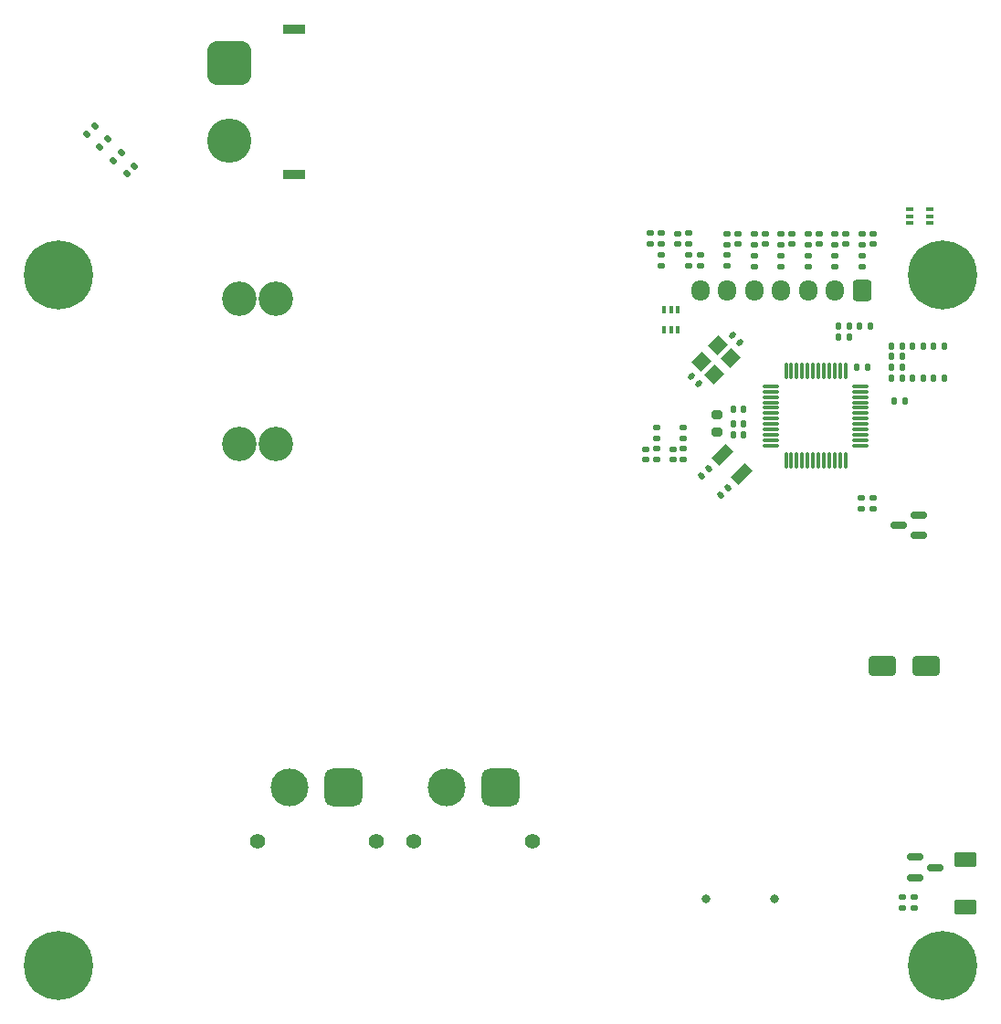
<source format=gbr>
%TF.GenerationSoftware,KiCad,Pcbnew,8.0.7*%
%TF.CreationDate,2025-04-05T22:12:11-04:00*%
%TF.ProjectId,power,706f7765-722e-46b6-9963-61645f706362,1.1*%
%TF.SameCoordinates,Original*%
%TF.FileFunction,Soldermask,Bot*%
%TF.FilePolarity,Negative*%
%FSLAX46Y46*%
G04 Gerber Fmt 4.6, Leading zero omitted, Abs format (unit mm)*
G04 Created by KiCad (PCBNEW 8.0.7) date 2025-04-05 22:12:11*
%MOMM*%
%LPD*%
G01*
G04 APERTURE LIST*
G04 Aperture macros list*
%AMRoundRect*
0 Rectangle with rounded corners*
0 $1 Rounding radius*
0 $2 $3 $4 $5 $6 $7 $8 $9 X,Y pos of 4 corners*
0 Add a 4 corners polygon primitive as box body*
4,1,4,$2,$3,$4,$5,$6,$7,$8,$9,$2,$3,0*
0 Add four circle primitives for the rounded corners*
1,1,$1+$1,$2,$3*
1,1,$1+$1,$4,$5*
1,1,$1+$1,$6,$7*
1,1,$1+$1,$8,$9*
0 Add four rect primitives between the rounded corners*
20,1,$1+$1,$2,$3,$4,$5,0*
20,1,$1+$1,$4,$5,$6,$7,0*
20,1,$1+$1,$6,$7,$8,$9,0*
20,1,$1+$1,$8,$9,$2,$3,0*%
%AMRotRect*
0 Rectangle, with rotation*
0 The origin of the aperture is its center*
0 $1 length*
0 $2 width*
0 $3 Rotation angle, in degrees counterclockwise*
0 Add horizontal line*
21,1,$1,$2,0,0,$3*%
G04 Aperture macros list end*
%ADD10C,3.200000*%
%ADD11C,3.600000*%
%ADD12C,6.400000*%
%ADD13RoundRect,0.250000X0.600000X0.725000X-0.600000X0.725000X-0.600000X-0.725000X0.600000X-0.725000X0*%
%ADD14O,1.700000X1.950000*%
%ADD15C,1.400000*%
%ADD16RoundRect,0.770000X0.980000X0.980000X-0.980000X0.980000X-0.980000X-0.980000X0.980000X-0.980000X0*%
%ADD17C,3.500000*%
%ADD18R,2.000000X0.900000*%
%ADD19RoundRect,1.025000X-1.025000X1.025000X-1.025000X-1.025000X1.025000X-1.025000X1.025000X1.025000X0*%
%ADD20C,4.100000*%
%ADD21C,0.800000*%
%ADD22RoundRect,0.135000X-0.135000X-0.185000X0.135000X-0.185000X0.135000X0.185000X-0.135000X0.185000X0*%
%ADD23RoundRect,0.250000X0.800000X-0.450000X0.800000X0.450000X-0.800000X0.450000X-0.800000X-0.450000X0*%
%ADD24RoundRect,0.150000X-0.587500X-0.150000X0.587500X-0.150000X0.587500X0.150000X-0.587500X0.150000X0*%
%ADD25RoundRect,0.135000X0.135000X0.185000X-0.135000X0.185000X-0.135000X-0.185000X0.135000X-0.185000X0*%
%ADD26RoundRect,0.140000X0.140000X0.170000X-0.140000X0.170000X-0.140000X-0.170000X0.140000X-0.170000X0*%
%ADD27RoundRect,0.135000X-0.035355X0.226274X-0.226274X0.035355X0.035355X-0.226274X0.226274X-0.035355X0*%
%ADD28RoundRect,0.135000X-0.185000X0.135000X-0.185000X-0.135000X0.185000X-0.135000X0.185000X0.135000X0*%
%ADD29RoundRect,0.100000X-0.225000X-0.100000X0.225000X-0.100000X0.225000X0.100000X-0.225000X0.100000X0*%
%ADD30RoundRect,0.135000X0.185000X-0.135000X0.185000X0.135000X-0.185000X0.135000X-0.185000X-0.135000X0*%
%ADD31RoundRect,0.250000X-1.000000X-0.650000X1.000000X-0.650000X1.000000X0.650000X-1.000000X0.650000X0*%
%ADD32RoundRect,0.140000X0.170000X-0.140000X0.170000X0.140000X-0.170000X0.140000X-0.170000X-0.140000X0*%
%ADD33RoundRect,0.140000X-0.021213X0.219203X-0.219203X0.021213X0.021213X-0.219203X0.219203X-0.021213X0*%
%ADD34RotRect,1.000000X1.800000X315.000000*%
%ADD35RoundRect,0.075000X-0.662500X-0.075000X0.662500X-0.075000X0.662500X0.075000X-0.662500X0.075000X0*%
%ADD36RoundRect,0.075000X-0.075000X-0.662500X0.075000X-0.662500X0.075000X0.662500X-0.075000X0.662500X0*%
%ADD37RoundRect,0.140000X-0.219203X-0.021213X-0.021213X-0.219203X0.219203X0.021213X0.021213X0.219203X0*%
%ADD38RoundRect,0.140000X-0.170000X0.140000X-0.170000X-0.140000X0.170000X-0.140000X0.170000X0.140000X0*%
%ADD39RoundRect,0.140000X0.219203X0.021213X0.021213X0.219203X-0.219203X-0.021213X-0.021213X-0.219203X0*%
%ADD40RotRect,1.400000X1.200000X225.000000*%
%ADD41RoundRect,0.150000X0.587500X0.150000X-0.587500X0.150000X-0.587500X-0.150000X0.587500X-0.150000X0*%
%ADD42RoundRect,0.200000X-0.275000X0.200000X-0.275000X-0.200000X0.275000X-0.200000X0.275000X0.200000X0*%
%ADD43RoundRect,0.100000X0.100000X-0.225000X0.100000X0.225000X-0.100000X0.225000X-0.100000X-0.225000X0*%
G04 APERTURE END LIST*
D10*
%TO.C,F6*%
X116200000Y-80265000D03*
X112800000Y-80265000D03*
X116200000Y-93735000D03*
X112800000Y-93735000D03*
%TD*%
D11*
%TO.C,H3*%
X178000000Y-142000000D03*
D12*
X178000000Y-142000000D03*
%TD*%
D11*
%TO.C,H1*%
X96000000Y-78000000D03*
D12*
X96000000Y-78000000D03*
%TD*%
D13*
%TO.C,J8*%
X170500000Y-79450000D03*
D14*
X168000000Y-79450000D03*
X165500000Y-79450000D03*
X163000000Y-79450000D03*
X160500000Y-79450000D03*
X158000000Y-79450000D03*
X155500000Y-79450000D03*
%TD*%
D15*
%TO.C,J5*%
X125449999Y-130550000D03*
X114449999Y-130550000D03*
D16*
X122449999Y-125550000D03*
D17*
X117449999Y-125550000D03*
%TD*%
D18*
%TO.C,J7*%
X117850000Y-55250000D03*
X117850000Y-68750000D03*
D19*
X111850000Y-58400000D03*
D20*
X111850000Y-65600000D03*
%TD*%
D15*
%TO.C,J3*%
X139950000Y-130550000D03*
X128950000Y-130550000D03*
D16*
X136950000Y-125550000D03*
D17*
X131950000Y-125550000D03*
%TD*%
D11*
%TO.C,H4*%
X178000000Y-78000000D03*
D12*
X178000000Y-78000000D03*
%TD*%
D11*
%TO.C,H2*%
X96000000Y-142000000D03*
D12*
X96000000Y-142000000D03*
%TD*%
D21*
%TO.C,J10*%
X162400000Y-135900000D03*
X156000000Y-135900000D03*
%TD*%
D22*
%TO.C,R49*%
X173190001Y-85600000D03*
X174209999Y-85600000D03*
%TD*%
D23*
%TO.C,D6*%
X180100000Y-136650000D03*
X180100000Y-132250000D03*
%TD*%
D24*
%TO.C,Q2*%
X175412500Y-133900000D03*
X175412500Y-132000000D03*
X177287500Y-132950000D03*
%TD*%
D25*
%TO.C,R76*%
X171270000Y-82800000D03*
X170250000Y-82800000D03*
%TD*%
D26*
%TO.C,C8*%
X159517500Y-90500000D03*
X158557500Y-90500000D03*
%TD*%
D22*
%TO.C,R46*%
X173190001Y-84600000D03*
X174209999Y-84600000D03*
%TD*%
D26*
%TO.C,C9*%
X159497500Y-91850001D03*
X158537500Y-91850001D03*
%TD*%
D27*
%TO.C,R6*%
X103060624Y-67939376D03*
X102339376Y-68660624D03*
%TD*%
D22*
%TO.C,R47*%
X173190001Y-87600000D03*
X174209999Y-87600000D03*
%TD*%
D28*
%TO.C,R53*%
X153950000Y-94140000D03*
X153950000Y-95160000D03*
%TD*%
D29*
%TO.C,D7*%
X174900001Y-73250000D03*
X174900001Y-72600000D03*
X174900001Y-71950000D03*
X176800001Y-71950000D03*
X176800001Y-72600000D03*
X176800001Y-73250000D03*
%TD*%
D30*
%TO.C,R64*%
X165500000Y-77238000D03*
X165500000Y-76218000D03*
%TD*%
D31*
%TO.C,D17*%
X172400000Y-114300000D03*
X176400000Y-114300000D03*
%TD*%
D30*
%TO.C,R59*%
X151900000Y-75160000D03*
X151900000Y-74140000D03*
%TD*%
%TO.C,R60*%
X170500000Y-77238000D03*
X170500000Y-76218000D03*
%TD*%
D27*
%TO.C,R3*%
X100560624Y-65439376D03*
X99839376Y-66160624D03*
%TD*%
D32*
%TO.C,C52*%
X166500000Y-75180000D03*
X166500000Y-74220000D03*
%TD*%
D25*
%TO.C,R42*%
X178159999Y-84600000D03*
X177140001Y-84600000D03*
%TD*%
D32*
%TO.C,C48*%
X153399999Y-75150001D03*
X153399999Y-74190001D03*
%TD*%
D30*
%TO.C,R57*%
X154400000Y-75160000D03*
X154400000Y-74140000D03*
%TD*%
D32*
%TO.C,C55*%
X159000000Y-75180000D03*
X159000000Y-74220000D03*
%TD*%
D33*
%TO.C,C4*%
X156314537Y-95967696D03*
X155635715Y-96646518D03*
%TD*%
D34*
%TO.C,Y2*%
X159333883Y-96483883D03*
X157566117Y-94716117D03*
%TD*%
D22*
%TO.C,R48*%
X173190001Y-86600000D03*
X174209999Y-86600000D03*
%TD*%
D26*
%TO.C,C7*%
X159517500Y-92850000D03*
X158557500Y-92850000D03*
%TD*%
D35*
%TO.C,U3*%
X162037500Y-93850000D03*
X162037500Y-93350000D03*
X162037500Y-92850000D03*
X162037500Y-92350000D03*
X162037500Y-91850000D03*
X162037500Y-91350000D03*
X162037500Y-90850000D03*
X162037500Y-90350000D03*
X162037500Y-89850000D03*
X162037500Y-89350000D03*
X162037500Y-88850000D03*
X162037500Y-88350000D03*
D36*
X163450000Y-86937500D03*
X163950000Y-86937500D03*
X164450000Y-86937500D03*
X164950000Y-86937500D03*
X165450000Y-86937500D03*
X165950000Y-86937500D03*
X166450000Y-86937500D03*
X166950000Y-86937500D03*
X167450000Y-86937500D03*
X167950000Y-86937500D03*
X168450000Y-86937500D03*
X168950000Y-86937500D03*
D35*
X170362500Y-88350000D03*
X170362500Y-88850000D03*
X170362500Y-89350000D03*
X170362500Y-89850000D03*
X170362500Y-90350000D03*
X170362500Y-90850000D03*
X170362500Y-91350000D03*
X170362500Y-91850000D03*
X170362500Y-92350000D03*
X170362500Y-92850000D03*
X170362500Y-93350000D03*
X170362500Y-93850000D03*
D36*
X168950000Y-95262500D03*
X168450000Y-95262500D03*
X167950000Y-95262500D03*
X167450000Y-95262500D03*
X166950000Y-95262500D03*
X166450000Y-95262500D03*
X165950000Y-95262500D03*
X165450000Y-95262500D03*
X164950000Y-95262500D03*
X164450000Y-95262500D03*
X163950000Y-95262500D03*
X163450000Y-95262500D03*
%TD*%
D25*
%TO.C,R43*%
X171059999Y-86600000D03*
X170040001Y-86600000D03*
%TD*%
D28*
%TO.C,R51*%
X151450000Y-94140000D03*
X151450000Y-95160000D03*
%TD*%
D37*
%TO.C,C1*%
X154710589Y-87460589D03*
X155389411Y-88139411D03*
%TD*%
D32*
%TO.C,C53*%
X164000000Y-75170000D03*
X164000000Y-74210000D03*
%TD*%
D33*
%TO.C,C2*%
X158082304Y-97735463D03*
X157403482Y-98414285D03*
%TD*%
D30*
%TO.C,R68*%
X160500001Y-77238000D03*
X160500001Y-76218000D03*
%TD*%
D28*
%TO.C,R22*%
X171500000Y-98690000D03*
X171500000Y-99710000D03*
%TD*%
%TO.C,R50*%
X151450000Y-92140001D03*
X151450000Y-93160001D03*
%TD*%
D30*
%TO.C,R63*%
X168000000Y-75210000D03*
X168000000Y-74190000D03*
%TD*%
%TO.C,R70*%
X158000001Y-77210000D03*
X158000001Y-76190000D03*
%TD*%
%TO.C,R28*%
X155500000Y-77210000D03*
X155500000Y-76190000D03*
%TD*%
%TO.C,R71*%
X158000000Y-75210000D03*
X158000000Y-74190000D03*
%TD*%
D32*
%TO.C,C50*%
X150900000Y-75130000D03*
X150900000Y-74170000D03*
%TD*%
D30*
%TO.C,R61*%
X170500000Y-75210000D03*
X170500000Y-74190000D03*
%TD*%
%TO.C,R8*%
X175350000Y-136710000D03*
X175350000Y-135690000D03*
%TD*%
D27*
%TO.C,R4*%
X99360624Y-64239376D03*
X98639376Y-64960624D03*
%TD*%
D30*
%TO.C,R67*%
X163000000Y-75210000D03*
X163000000Y-74190000D03*
%TD*%
D25*
%TO.C,R45*%
X176159999Y-84600000D03*
X175140001Y-84600000D03*
%TD*%
D26*
%TO.C,C47*%
X169300000Y-82790000D03*
X168340000Y-82790000D03*
%TD*%
D30*
%TO.C,R69*%
X160500000Y-75210000D03*
X160500000Y-74190000D03*
%TD*%
D38*
%TO.C,C46*%
X152950000Y-94170000D03*
X152950000Y-95130000D03*
%TD*%
D32*
%TO.C,C51*%
X169000000Y-75180000D03*
X169000000Y-74220000D03*
%TD*%
D30*
%TO.C,R65*%
X165500000Y-75210000D03*
X165500000Y-74190000D03*
%TD*%
D25*
%TO.C,R44*%
X176159999Y-87600000D03*
X175140001Y-87600000D03*
%TD*%
D30*
%TO.C,R58*%
X151900000Y-77160001D03*
X151900000Y-76140001D03*
%TD*%
D28*
%TO.C,R52*%
X153950000Y-92204524D03*
X153950000Y-93224524D03*
%TD*%
D39*
%TO.C,C3*%
X159189411Y-84339411D03*
X158510589Y-83660589D03*
%TD*%
D40*
%TO.C,Y1*%
X158328858Y-85723223D03*
X156773223Y-87278858D03*
X155571142Y-86076777D03*
X157126777Y-84521142D03*
%TD*%
D41*
%TO.C,Q1*%
X175737500Y-100300000D03*
X175737500Y-102200000D03*
X173862500Y-101250000D03*
%TD*%
D42*
%TO.C,L1*%
X157050000Y-90975000D03*
X157050000Y-92625000D03*
%TD*%
D28*
%TO.C,R2*%
X170399999Y-98690000D03*
X170399999Y-99710000D03*
%TD*%
D38*
%TO.C,C45*%
X150450000Y-94170000D03*
X150450000Y-95130000D03*
%TD*%
D32*
%TO.C,C49*%
X171500000Y-75180000D03*
X171500000Y-74220000D03*
%TD*%
D25*
%TO.C,R77*%
X169320000Y-83790000D03*
X168300000Y-83790000D03*
%TD*%
D43*
%TO.C,D8*%
X153450000Y-83150000D03*
X152800000Y-83150000D03*
X152150000Y-83150000D03*
X152150000Y-81250000D03*
X152800000Y-81250000D03*
X153450000Y-81250000D03*
%TD*%
D32*
%TO.C,C54*%
X161500000Y-75180000D03*
X161500000Y-74220000D03*
%TD*%
D25*
%TO.C,R41*%
X178159999Y-87600000D03*
X177140001Y-87600000D03*
%TD*%
D27*
%TO.C,R5*%
X101810624Y-66689376D03*
X101089376Y-67410624D03*
%TD*%
D25*
%TO.C,R19*%
X174509999Y-89750000D03*
X173490001Y-89750000D03*
%TD*%
D30*
%TO.C,R66*%
X163000000Y-77238000D03*
X163000000Y-76218000D03*
%TD*%
%TO.C,R7*%
X174200000Y-136710000D03*
X174200000Y-135690000D03*
%TD*%
%TO.C,R62*%
X168000000Y-77238000D03*
X168000000Y-76218000D03*
%TD*%
%TO.C,R56*%
X154400001Y-77180000D03*
X154400001Y-76160000D03*
%TD*%
M02*

</source>
